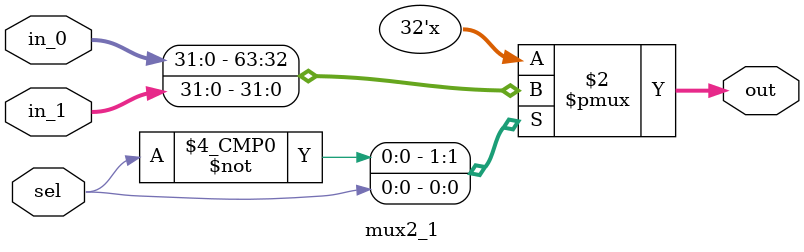
<source format=v>


module mux2_1 (
		input 	[31:0] in_0,
		input 	[31:0] in_1,
		input    	sel,
		output	reg [31:0] out  ); 

	always @(*) begin
		case(sel)
			1'b0: out = in_0; 
			1'b1: out = in_1;
		endcase
	end
endmodule
		

</source>
